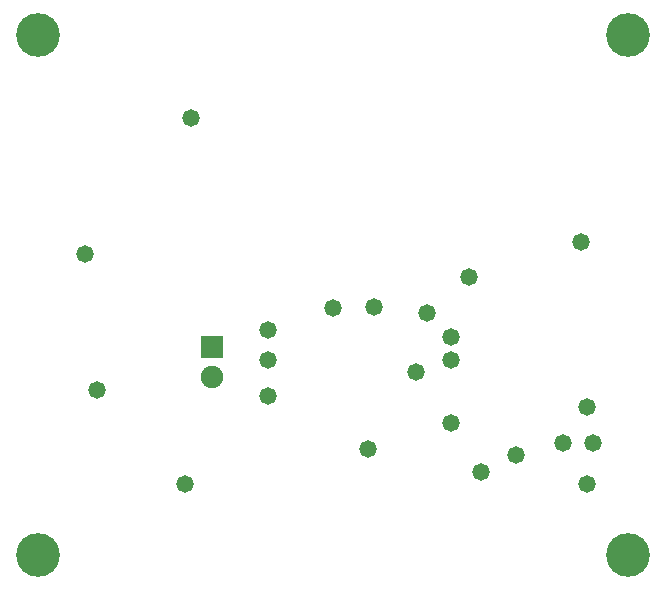
<source format=gbs>
G04*
G04 #@! TF.GenerationSoftware,Altium Limited,Altium Designer,25.2.1 (25)*
G04*
G04 Layer_Color=16711935*
%FSLAX44Y44*%
%MOMM*%
G71*
G04*
G04 #@! TF.SameCoordinates,F4E26A61-E02E-48EF-B3E5-39454B4B8AAE*
G04*
G04*
G04 #@! TF.FilePolarity,Negative*
G04*
G01*
G75*
%ADD23R,1.9032X1.9032*%
%ADD24C,1.9032*%
%ADD25C,3.7032*%
%ADD26C,1.4732*%
D23*
X797560Y806450D02*
D03*
D24*
Y781050D02*
D03*
D25*
X1150000Y630000D02*
D03*
X650000D02*
D03*
Y1070000D02*
D03*
X1150000D02*
D03*
D26*
X900000Y839150D02*
D03*
X1115000Y690000D02*
D03*
X1000000Y815000D02*
D03*
X1120000Y725000D02*
D03*
X1015000Y865000D02*
D03*
X970000Y785000D02*
D03*
X1000000Y795000D02*
D03*
Y741700D02*
D03*
X775000Y690000D02*
D03*
X1025000Y700000D02*
D03*
X700000Y770000D02*
D03*
X1055000Y715000D02*
D03*
X845000Y795000D02*
D03*
X690000Y885000D02*
D03*
X1095000Y725000D02*
D03*
X780000Y1000000D02*
D03*
X980000Y835000D02*
D03*
X1110000Y895000D02*
D03*
X1115000Y755000D02*
D03*
X844828Y820172D02*
D03*
X930000Y720000D02*
D03*
X935000Y840000D02*
D03*
X845000Y765000D02*
D03*
M02*

</source>
